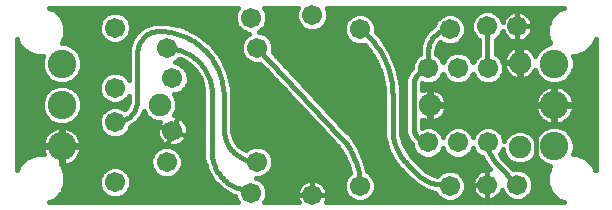
<source format=gtl>
G75*
G70*
%OFA0B0*%
%FSLAX24Y24*%
%IPPOS*%
%LPD*%
%AMOC8*
5,1,8,0,0,1.08239X$1,22.5*
%
%ADD10C,0.0670*%
%ADD11C,0.0750*%
%ADD12C,0.0950*%
%ADD13C,0.0197*%
%ADD14C,0.0160*%
D10*
X003645Y001050D03*
X005365Y001717D03*
X008184Y000691D03*
X010219Y000625D03*
X011810Y000928D03*
X014810Y000928D03*
X016058Y000967D03*
X017058Y000967D03*
X016082Y002373D03*
X015082Y002373D03*
X014082Y002373D03*
X008381Y001734D03*
X005562Y002760D03*
X003645Y003050D03*
X003645Y004200D03*
X005562Y004509D03*
X005365Y005513D03*
X003645Y006200D03*
X008184Y006539D03*
X010219Y006625D03*
X011810Y006145D03*
X014810Y006145D03*
X016058Y006243D03*
X017058Y006243D03*
X016082Y004853D03*
X015082Y004853D03*
X014082Y004853D03*
X008381Y005536D03*
D11*
X005149Y003625D03*
X014149Y003625D03*
X017149Y005034D03*
X017149Y002215D03*
D12*
X018290Y002247D03*
X018290Y003625D03*
X018290Y005003D03*
X001873Y005003D03*
X001873Y003625D03*
X001873Y002247D03*
D13*
X016058Y000967D02*
X016058Y000956D01*
D14*
X001634Y000461D02*
X001440Y000380D01*
X007738Y000380D01*
X007730Y000388D01*
X007652Y000577D01*
X007570Y000599D01*
X007570Y000599D01*
X007207Y000808D01*
X007207Y000808D01*
X006911Y001105D01*
X006911Y001105D01*
X006701Y001468D01*
X006701Y001468D01*
X006593Y001872D01*
X006593Y004005D01*
X006582Y004166D01*
X006499Y004475D01*
X006339Y004753D01*
X006112Y004980D01*
X005835Y005140D01*
X005766Y005158D01*
X005668Y005060D01*
X005631Y005044D01*
X005668Y005044D01*
X005865Y004963D01*
X006015Y004813D01*
X006097Y004616D01*
X006097Y004403D01*
X006015Y004206D01*
X005865Y004056D01*
X005668Y003974D01*
X005612Y003974D01*
X005636Y003951D01*
X005724Y003739D01*
X005724Y003511D01*
X005636Y003299D01*
X005610Y003274D01*
X005682Y003262D01*
X005738Y003244D01*
X005562Y002760D01*
X006046Y002584D01*
X006064Y002639D01*
X006077Y002719D01*
X006077Y002800D01*
X006064Y002881D01*
X006039Y002958D01*
X006002Y003030D01*
X005955Y003095D01*
X005897Y003153D01*
X005832Y003200D01*
X005759Y003237D01*
X005738Y003244D01*
X005562Y002760D01*
X005562Y002760D01*
X005562Y002760D01*
X006046Y002584D01*
X006039Y002562D01*
X006002Y002490D01*
X005955Y002424D01*
X005897Y002367D01*
X005832Y002319D01*
X005759Y002283D01*
X005682Y002258D01*
X005602Y002245D01*
X005521Y002245D01*
X005441Y002258D01*
X005386Y002276D01*
X005562Y002760D01*
X005562Y002760D01*
X005562Y002760D01*
X005078Y002936D01*
X005059Y002881D01*
X005047Y002800D01*
X005047Y002719D01*
X005059Y002639D01*
X005085Y002562D01*
X005121Y002490D01*
X005169Y002424D01*
X005226Y002367D01*
X005292Y002319D01*
X005364Y002283D01*
X005386Y002276D01*
X005562Y002760D01*
X005078Y002936D01*
X005085Y002958D01*
X005121Y003030D01*
X005136Y003050D01*
X005034Y003050D01*
X004823Y003137D01*
X004661Y003299D01*
X004606Y003433D01*
X004572Y003330D01*
X004572Y003330D01*
X004381Y003066D01*
X004381Y003066D01*
X004381Y003066D01*
X004166Y002910D01*
X004098Y002747D01*
X003948Y002597D01*
X003751Y002515D01*
X003538Y002515D01*
X003342Y002597D01*
X003191Y002747D01*
X003110Y002944D01*
X003110Y003156D01*
X003191Y003353D01*
X003342Y003504D01*
X003538Y003585D01*
X003751Y003585D01*
X003948Y003504D01*
X003977Y003474D01*
X004062Y003590D01*
X004107Y003729D01*
X004113Y003802D01*
X004113Y003932D01*
X004098Y003897D01*
X003948Y003746D01*
X003751Y003665D01*
X003538Y003665D01*
X003342Y003746D01*
X003191Y003897D01*
X003110Y004093D01*
X003110Y004306D01*
X003191Y004503D01*
X003342Y004653D01*
X003538Y004735D01*
X003751Y004735D01*
X003948Y004653D01*
X004098Y004503D01*
X004113Y004468D01*
X004113Y005533D01*
X004209Y005831D01*
X004209Y005831D01*
X004393Y006085D01*
X004393Y006085D01*
X004393Y006085D01*
X004647Y006269D01*
X004647Y006269D01*
X004945Y006366D01*
X005377Y006366D01*
X005914Y006243D01*
X005914Y006243D01*
X006410Y006004D01*
X006410Y006004D01*
X006841Y005660D01*
X006841Y005660D01*
X006841Y005660D01*
X007185Y005229D01*
X007185Y005229D01*
X007424Y004733D01*
X007424Y004733D01*
X007547Y004196D01*
X007547Y002848D01*
X007557Y002718D01*
X007638Y002469D01*
X007791Y002258D01*
X007998Y002108D01*
X008078Y002187D01*
X008274Y002269D01*
X008487Y002269D01*
X008684Y002187D01*
X008834Y002037D01*
X008916Y001840D01*
X008916Y001627D01*
X008834Y001431D01*
X008684Y001280D01*
X008487Y001199D01*
X008355Y001199D01*
X008487Y001144D01*
X008638Y000994D01*
X008719Y000797D01*
X008719Y000584D01*
X008638Y000388D01*
X008630Y000380D01*
X009766Y000380D01*
X009742Y000427D01*
X009717Y000504D01*
X009704Y000584D01*
X009704Y000625D01*
X010219Y000625D01*
X010219Y000625D01*
X009704Y000625D01*
X009704Y000665D01*
X009717Y000745D01*
X009742Y000823D01*
X009779Y000895D01*
X009827Y000960D01*
X009884Y001018D01*
X009949Y001065D01*
X010022Y001102D01*
X010099Y001127D01*
X010179Y001140D01*
X010219Y001140D01*
X010219Y000625D01*
X010219Y000625D01*
X010219Y001140D01*
X010260Y001140D01*
X010340Y001127D01*
X010417Y001102D01*
X010489Y001065D01*
X010555Y001018D01*
X010612Y000960D01*
X010660Y000895D01*
X010697Y000823D01*
X010722Y000745D01*
X010734Y000665D01*
X010734Y000625D01*
X010219Y000625D01*
X010219Y000625D01*
X010734Y000625D01*
X010734Y000584D01*
X010722Y000504D01*
X010697Y000427D01*
X010673Y000380D01*
X018605Y000380D01*
X018411Y000461D01*
X018177Y000694D01*
X018051Y000999D01*
X018051Y001329D01*
X018152Y001574D01*
X017908Y001675D01*
X017718Y001865D01*
X017672Y001976D01*
X017636Y001890D01*
X017474Y001728D01*
X017263Y001640D01*
X017034Y001640D01*
X016823Y001728D01*
X016661Y001890D01*
X016574Y002101D01*
X016574Y002163D01*
X016535Y002070D01*
X016467Y002001D01*
X016518Y001913D01*
X016583Y001838D01*
X016928Y001493D01*
X016952Y001502D01*
X017164Y001502D01*
X017361Y001421D01*
X017512Y001270D01*
X017593Y001074D01*
X017593Y000861D01*
X017512Y000664D01*
X017361Y000514D01*
X017164Y000432D01*
X016952Y000432D01*
X016755Y000514D01*
X016604Y000664D01*
X016546Y000804D01*
X016535Y000770D01*
X016498Y000697D01*
X016451Y000632D01*
X016393Y000575D01*
X016328Y000527D01*
X016256Y000490D01*
X016179Y000465D01*
X016098Y000452D01*
X016058Y000452D01*
X016058Y000967D01*
X016058Y000967D01*
X016058Y000452D01*
X016017Y000452D01*
X015937Y000465D01*
X015860Y000490D01*
X015788Y000527D01*
X015722Y000575D01*
X015665Y000632D01*
X015617Y000697D01*
X015581Y000770D01*
X015556Y000847D01*
X015543Y000927D01*
X015543Y000967D01*
X016058Y000967D01*
X016058Y000967D01*
X015543Y000967D01*
X015543Y001008D01*
X015556Y001088D01*
X015581Y001165D01*
X015617Y001237D01*
X015665Y001303D01*
X015722Y001360D01*
X015788Y001408D01*
X015860Y001445D01*
X015937Y001470D01*
X016017Y001482D01*
X016058Y001482D01*
X016058Y000967D01*
X016058Y000967D01*
X016058Y001482D01*
X016098Y001482D01*
X016156Y001473D01*
X016148Y001482D01*
X016148Y001482D01*
X016065Y001565D01*
X016065Y001565D01*
X015891Y001865D01*
X015891Y001865D01*
X015889Y001874D01*
X015779Y001919D01*
X015628Y002070D01*
X015582Y002182D01*
X015535Y002070D01*
X015385Y001919D01*
X015188Y001838D01*
X014975Y001838D01*
X014779Y001919D01*
X014628Y002070D01*
X014582Y002182D01*
X014535Y002070D01*
X014385Y001919D01*
X014188Y001838D01*
X013975Y001838D01*
X013779Y001919D01*
X013628Y002070D01*
X013547Y002266D01*
X013547Y002315D01*
X013440Y002421D01*
X013440Y002421D01*
X013325Y002699D01*
X013325Y004480D01*
X013440Y004758D01*
X013440Y004758D01*
X013547Y004864D01*
X013547Y004960D01*
X013628Y005156D01*
X013779Y005307D01*
X013802Y005316D01*
X013802Y005576D01*
X013900Y005880D01*
X013900Y005880D01*
X014088Y006138D01*
X014088Y006138D01*
X014289Y006284D01*
X014356Y006448D01*
X014507Y006598D01*
X014704Y006680D01*
X014916Y006680D01*
X015113Y006598D01*
X015263Y006448D01*
X015345Y006251D01*
X015345Y006038D01*
X015263Y005842D01*
X015113Y005691D01*
X014916Y005610D01*
X014704Y005610D01*
X014507Y005691D01*
X014481Y005717D01*
X014410Y005620D01*
X014367Y005486D01*
X014362Y005416D01*
X014362Y005316D01*
X014385Y005307D01*
X014535Y005156D01*
X014582Y005044D01*
X014628Y005156D01*
X014779Y005307D01*
X014975Y005388D01*
X015188Y005388D01*
X015385Y005307D01*
X015535Y005156D01*
X015582Y005044D01*
X015628Y005156D01*
X015778Y005306D01*
X015778Y005780D01*
X015755Y005789D01*
X015604Y005940D01*
X015523Y006137D01*
X015523Y006349D01*
X015604Y006546D01*
X015755Y006697D01*
X015952Y006778D01*
X016164Y006778D01*
X016361Y006697D01*
X016512Y006546D01*
X016569Y006406D01*
X016581Y006441D01*
X016617Y006513D01*
X016665Y006578D01*
X016722Y006636D01*
X016788Y006683D01*
X016860Y006720D01*
X016937Y006745D01*
X017017Y006758D01*
X017058Y006758D01*
X017098Y006758D01*
X017179Y006745D01*
X017256Y006720D01*
X017328Y006683D01*
X017393Y006636D01*
X017451Y006578D01*
X017498Y006513D01*
X017535Y006441D01*
X017560Y006364D01*
X017573Y006284D01*
X017573Y006243D01*
X017058Y006243D01*
X017058Y006243D01*
X017573Y006243D01*
X017573Y006202D01*
X017560Y006122D01*
X017535Y006045D01*
X017498Y005973D01*
X017451Y005907D01*
X017393Y005850D01*
X017328Y005803D01*
X017256Y005766D01*
X017179Y005741D01*
X017098Y005728D01*
X017058Y005728D01*
X017058Y006243D01*
X017058Y006243D01*
X017058Y006758D01*
X017058Y006243D01*
X017058Y006243D01*
X017058Y005253D01*
X017129Y005252D02*
X017169Y005252D01*
X017058Y005253D02*
X017059Y005223D01*
X017064Y005193D01*
X017071Y005163D01*
X017082Y005135D01*
X017094Y005107D01*
X017110Y005081D01*
X017128Y005057D01*
X017149Y005035D01*
X017149Y005034D02*
X017149Y005023D01*
X017169Y005014D02*
X017169Y004479D01*
X017192Y004479D01*
X017278Y004493D01*
X017362Y004520D01*
X017439Y004560D01*
X017510Y004611D01*
X017572Y004673D01*
X017623Y004743D01*
X017647Y004791D01*
X017718Y004620D01*
X017908Y004431D01*
X018156Y004328D01*
X018425Y004328D01*
X018673Y004431D01*
X018862Y004620D01*
X018965Y004869D01*
X018965Y005137D01*
X018916Y005256D01*
X019046Y005256D01*
X019351Y005382D01*
X019584Y005615D01*
X019665Y005810D01*
X019665Y001440D01*
X019584Y001634D01*
X019351Y001868D01*
X019046Y001994D01*
X018916Y001994D01*
X018965Y002113D01*
X018965Y002381D01*
X018862Y002629D01*
X018673Y002819D01*
X018425Y002922D01*
X018156Y002922D01*
X017908Y002819D01*
X017718Y002629D01*
X017659Y002486D01*
X017636Y002541D01*
X017474Y002703D01*
X017263Y002790D01*
X017034Y002790D01*
X016823Y002703D01*
X016661Y002541D01*
X016617Y002434D01*
X016617Y002479D01*
X016535Y002676D01*
X016385Y002826D01*
X016188Y002908D01*
X015975Y002908D01*
X015779Y002826D01*
X015628Y002676D01*
X015582Y002564D01*
X015535Y002676D01*
X015385Y002826D01*
X015188Y002908D01*
X014975Y002908D01*
X014779Y002826D01*
X014628Y002676D01*
X014582Y002564D01*
X014535Y002676D01*
X014385Y002826D01*
X014188Y002908D01*
X013975Y002908D01*
X013885Y002871D01*
X013885Y003136D01*
X013935Y003111D01*
X014019Y003084D01*
X014105Y003070D01*
X014129Y003070D01*
X014129Y003605D01*
X014169Y003605D01*
X014169Y003645D01*
X014704Y003645D01*
X014704Y003669D01*
X014690Y003755D01*
X014663Y003838D01*
X014623Y003916D01*
X014572Y003986D01*
X014510Y004048D01*
X014439Y004100D01*
X014362Y004139D01*
X014278Y004166D01*
X014192Y004180D01*
X014169Y004180D01*
X014169Y003645D01*
X014129Y003645D01*
X014129Y004180D01*
X014105Y004180D01*
X014019Y004166D01*
X013935Y004139D01*
X013885Y004114D01*
X013885Y004330D01*
X013888Y004354D01*
X013975Y004318D01*
X014188Y004318D01*
X014385Y004400D01*
X014535Y004550D01*
X014582Y004662D01*
X014628Y004550D01*
X014779Y004400D01*
X014975Y004318D01*
X015188Y004318D01*
X015385Y004400D01*
X015535Y004550D01*
X015582Y004662D01*
X015628Y004550D01*
X015779Y004400D01*
X015975Y004318D01*
X016188Y004318D01*
X016385Y004400D01*
X016535Y004550D01*
X016617Y004747D01*
X016617Y004875D01*
X016634Y004821D01*
X016674Y004743D01*
X016725Y004673D01*
X016787Y004611D01*
X016858Y004560D01*
X016935Y004520D01*
X017019Y004493D01*
X017105Y004479D01*
X017129Y004479D01*
X017129Y005014D01*
X017169Y005014D01*
X017169Y005054D02*
X017129Y005054D01*
X017129Y005589D01*
X017105Y005589D01*
X017019Y005576D01*
X016935Y005549D01*
X016858Y005509D01*
X016787Y005458D01*
X016725Y005396D01*
X016674Y005325D01*
X016634Y005247D01*
X016607Y005164D01*
X016594Y005078D01*
X016594Y005054D01*
X017128Y005054D01*
X017128Y005014D01*
X016594Y005014D01*
X016535Y005156D01*
X016385Y005307D01*
X016338Y005326D01*
X016338Y005780D01*
X016361Y005789D01*
X016512Y005940D01*
X016569Y006080D01*
X016581Y006045D01*
X016617Y005973D01*
X016665Y005907D01*
X016722Y005850D01*
X016788Y005803D01*
X016860Y005766D01*
X016937Y005741D01*
X017017Y005728D01*
X017058Y005728D01*
X017058Y006243D01*
X017058Y006203D02*
X017058Y006203D01*
X017058Y006045D02*
X017058Y006045D01*
X017058Y005886D02*
X017058Y005886D01*
X017429Y005886D02*
X018065Y005886D01*
X018051Y005920D02*
X018152Y005676D01*
X017908Y005575D01*
X017718Y005385D01*
X017662Y005249D01*
X017623Y005325D01*
X017572Y005396D01*
X017510Y005458D01*
X017439Y005509D01*
X017362Y005549D01*
X017278Y005576D01*
X017192Y005589D01*
X017169Y005589D01*
X017169Y005054D01*
X017169Y005094D02*
X017129Y005094D01*
X017129Y004935D02*
X017169Y004935D01*
X017169Y004777D02*
X017129Y004777D01*
X017129Y004618D02*
X017169Y004618D01*
X017517Y004618D02*
X017720Y004618D01*
X017653Y004777D02*
X017640Y004777D01*
X017879Y004460D02*
X016444Y004460D01*
X016563Y004618D02*
X016780Y004618D01*
X016657Y004777D02*
X016617Y004777D01*
X016082Y004853D02*
X016072Y004865D01*
X016064Y004879D01*
X016060Y004894D01*
X016058Y004910D01*
X016058Y006243D01*
X016555Y006045D02*
X016581Y006045D01*
X016687Y005886D02*
X016458Y005886D01*
X016338Y005728D02*
X018131Y005728D01*
X018051Y005920D02*
X018051Y006251D01*
X018177Y006556D01*
X018411Y006789D01*
X018605Y006870D01*
X010697Y006870D01*
X010754Y006731D01*
X010754Y006518D01*
X010673Y006322D01*
X010522Y006171D01*
X010326Y006090D01*
X010113Y006090D01*
X009916Y006171D01*
X009766Y006322D01*
X009684Y006518D01*
X009684Y006731D01*
X009742Y006870D01*
X008610Y006870D01*
X008638Y006843D01*
X008719Y006646D01*
X008719Y006433D01*
X008638Y006236D01*
X008487Y006086D01*
X008450Y006071D01*
X008487Y006071D01*
X008684Y005989D01*
X008834Y005839D01*
X008916Y005642D01*
X008916Y005429D01*
X008900Y005390D01*
X011317Y002798D01*
X011498Y002617D01*
X011498Y002617D01*
X011788Y002183D01*
X011788Y002183D01*
X011988Y001701D01*
X011988Y001701D01*
X012046Y001409D01*
X012113Y001382D01*
X012263Y001231D01*
X012345Y001034D01*
X012345Y000822D01*
X012263Y000625D01*
X012113Y000474D01*
X011916Y000393D01*
X011704Y000393D01*
X011507Y000474D01*
X011356Y000625D01*
X011275Y000822D01*
X011275Y001034D01*
X011356Y001231D01*
X011476Y001351D01*
X011440Y001535D01*
X011283Y001913D01*
X011056Y002254D01*
X010926Y002397D01*
X010914Y002409D01*
X010878Y002445D01*
X010877Y002450D01*
X008494Y005003D01*
X008487Y005001D01*
X008274Y005001D01*
X008078Y005082D01*
X007927Y005232D01*
X007846Y005429D01*
X007846Y005642D01*
X007927Y005839D01*
X008078Y005989D01*
X008115Y006004D01*
X008078Y006004D01*
X007881Y006086D01*
X007730Y006236D01*
X007649Y006433D01*
X007649Y006646D01*
X007730Y006843D01*
X007758Y006870D01*
X001440Y006870D01*
X001634Y006789D01*
X001868Y006556D01*
X001994Y006251D01*
X001994Y005920D01*
X001894Y005678D01*
X002007Y005678D01*
X002255Y005575D01*
X002445Y005385D01*
X002548Y005137D01*
X002548Y004869D01*
X002445Y004620D01*
X002255Y004431D01*
X002007Y004328D01*
X001739Y004328D01*
X001491Y004431D01*
X001301Y004620D01*
X001198Y004869D01*
X001198Y005137D01*
X001247Y005256D01*
X000999Y005256D01*
X000694Y005382D01*
X000461Y005615D01*
X000380Y005810D01*
X000380Y001440D01*
X000461Y001634D01*
X000694Y001868D01*
X000999Y001994D01*
X001269Y001994D01*
X001251Y002036D01*
X001229Y002119D01*
X001218Y002204D01*
X001218Y002209D01*
X001835Y002209D01*
X001835Y002285D01*
X001835Y002902D01*
X001830Y002902D01*
X001745Y002891D01*
X001662Y002868D01*
X001583Y002836D01*
X001508Y002793D01*
X001440Y002740D01*
X001379Y002680D01*
X001327Y002612D01*
X001284Y002537D01*
X001251Y002458D01*
X001229Y002375D01*
X001218Y002290D01*
X001218Y002285D01*
X001835Y002285D01*
X001911Y002285D01*
X002528Y002285D01*
X002528Y002290D01*
X002517Y002375D01*
X002494Y002458D01*
X002462Y002537D01*
X002419Y002612D01*
X002366Y002680D01*
X002306Y002740D01*
X002238Y002793D01*
X002163Y002836D01*
X002084Y002868D01*
X002001Y002891D01*
X001916Y002902D01*
X001911Y002902D01*
X001911Y002285D01*
X001911Y002209D01*
X002528Y002209D01*
X002528Y002204D01*
X002517Y002119D01*
X002494Y002036D01*
X002462Y001957D01*
X002419Y001882D01*
X002366Y001814D01*
X002306Y001753D01*
X002238Y001701D01*
X002163Y001658D01*
X002084Y001625D01*
X002001Y001603D01*
X001916Y001592D01*
X001911Y001592D01*
X001911Y002209D01*
X001835Y002209D01*
X001835Y001667D01*
X001868Y001634D01*
X001994Y001329D01*
X001994Y000999D01*
X001868Y000694D01*
X001634Y000461D01*
X001671Y000497D02*
X007685Y000497D01*
X007472Y000656D02*
X004007Y000656D01*
X003948Y000597D02*
X004098Y000747D01*
X004180Y000944D01*
X004180Y001156D01*
X004098Y001353D01*
X003948Y001504D01*
X003751Y001585D01*
X003538Y001585D01*
X003342Y001504D01*
X003191Y001353D01*
X003110Y001156D01*
X003110Y000944D01*
X003191Y000747D01*
X003342Y000597D01*
X003538Y000515D01*
X003751Y000515D01*
X003948Y000597D01*
X004126Y000814D02*
X007202Y000814D01*
X007043Y000973D02*
X004180Y000973D01*
X004180Y001131D02*
X006896Y001131D01*
X006804Y001290D02*
X005694Y001290D01*
X005668Y001263D02*
X005818Y001414D01*
X005900Y001610D01*
X005900Y001823D01*
X005818Y002020D01*
X005668Y002170D01*
X005471Y002252D01*
X005259Y002252D01*
X005062Y002170D01*
X004911Y002020D01*
X004830Y001823D01*
X004830Y001610D01*
X004911Y001414D01*
X005062Y001263D01*
X005259Y001182D01*
X005471Y001182D01*
X005668Y001263D01*
X005833Y001448D02*
X006713Y001448D01*
X006664Y001607D02*
X005898Y001607D01*
X005900Y001765D02*
X006622Y001765D01*
X006593Y001924D02*
X005858Y001924D01*
X005756Y002082D02*
X006593Y002082D01*
X006593Y002241D02*
X005498Y002241D01*
X005232Y002241D02*
X001911Y002241D01*
X001835Y002241D02*
X000380Y002241D01*
X000380Y002082D02*
X001239Y002082D01*
X000829Y001924D02*
X000380Y001924D01*
X000380Y001765D02*
X000591Y001765D01*
X000449Y001607D02*
X000380Y001607D01*
X000380Y001448D02*
X000383Y001448D01*
X001835Y001765D02*
X001911Y001765D01*
X001911Y001607D02*
X001879Y001607D01*
X002014Y001607D02*
X004831Y001607D01*
X004830Y001765D02*
X002317Y001765D01*
X002443Y001924D02*
X004872Y001924D01*
X004974Y002082D02*
X002507Y002082D01*
X001911Y002082D02*
X001835Y002082D01*
X001835Y001924D02*
X001911Y001924D01*
X001911Y002399D02*
X001835Y002399D01*
X001835Y002558D02*
X001911Y002558D01*
X001911Y002716D02*
X001835Y002716D01*
X001835Y002875D02*
X001911Y002875D01*
X002007Y002950D02*
X001739Y002950D01*
X001491Y003053D01*
X001301Y003243D01*
X001198Y003491D01*
X001198Y003759D01*
X001301Y004007D01*
X001491Y004197D01*
X001739Y004300D01*
X002007Y004300D01*
X002255Y004197D01*
X002445Y004007D01*
X002548Y003759D01*
X002548Y003491D01*
X002445Y003243D01*
X002255Y003053D01*
X002007Y002950D01*
X002061Y002875D02*
X003138Y002875D01*
X003110Y003033D02*
X002208Y003033D01*
X002394Y003192D02*
X003124Y003192D01*
X003190Y003350D02*
X002490Y003350D01*
X002548Y003509D02*
X003353Y003509D01*
X003533Y003667D02*
X002548Y003667D01*
X002520Y003826D02*
X003262Y003826D01*
X003155Y003984D02*
X002455Y003984D01*
X002310Y004143D02*
X003110Y004143D01*
X003110Y004301D02*
X000380Y004301D01*
X000380Y004143D02*
X001436Y004143D01*
X001291Y003984D02*
X000380Y003984D01*
X000380Y003826D02*
X001225Y003826D01*
X001198Y003667D02*
X000380Y003667D01*
X000380Y003509D02*
X001198Y003509D01*
X001256Y003350D02*
X000380Y003350D01*
X000380Y003192D02*
X001352Y003192D01*
X001538Y003033D02*
X000380Y003033D01*
X000380Y002875D02*
X001684Y002875D01*
X001416Y002716D02*
X000380Y002716D01*
X000380Y002558D02*
X001296Y002558D01*
X001236Y002399D02*
X000380Y002399D01*
X002330Y002716D02*
X003222Y002716D01*
X003436Y002558D02*
X002450Y002558D01*
X002510Y002399D02*
X005194Y002399D01*
X005087Y002558D02*
X003853Y002558D01*
X004067Y002716D02*
X005047Y002716D01*
X005059Y002875D02*
X004151Y002875D01*
X004335Y003033D02*
X005124Y003033D01*
X005247Y002875D02*
X005247Y002875D01*
X005603Y002875D02*
X005603Y002875D01*
X005661Y003033D02*
X005661Y003033D01*
X006000Y003033D02*
X006593Y003033D01*
X006593Y002875D02*
X006065Y002875D01*
X006076Y002716D02*
X006593Y002716D01*
X006593Y002558D02*
X006037Y002558D01*
X005929Y002399D02*
X006593Y002399D01*
X005683Y002716D02*
X005683Y002716D01*
X005546Y002716D02*
X005546Y002716D01*
X005488Y002558D02*
X005488Y002558D01*
X005430Y002399D02*
X005430Y002399D01*
X006873Y002082D02*
X006873Y004005D01*
X006593Y003984D02*
X005691Y003984D01*
X005688Y003826D02*
X006593Y003826D01*
X006593Y003667D02*
X005724Y003667D01*
X005723Y003509D02*
X006593Y003509D01*
X006593Y003350D02*
X005657Y003350D01*
X005719Y003192D02*
X005719Y003192D01*
X005844Y003192D02*
X006593Y003192D01*
X007267Y002848D02*
X007267Y003920D01*
X007547Y003984D02*
X009445Y003984D01*
X009593Y003826D02*
X007547Y003826D01*
X007547Y003667D02*
X009741Y003667D01*
X009889Y003509D02*
X007547Y003509D01*
X007547Y003350D02*
X010037Y003350D01*
X010185Y003192D02*
X007547Y003192D01*
X007547Y003033D02*
X010332Y003033D01*
X010480Y002875D02*
X007547Y002875D01*
X007557Y002716D02*
X010628Y002716D01*
X010776Y002558D02*
X007609Y002558D01*
X007689Y002399D02*
X010924Y002399D01*
X011116Y002604D02*
X008381Y005536D01*
X007846Y005569D02*
X006914Y005569D01*
X007040Y005411D02*
X007854Y005411D01*
X007919Y005252D02*
X007167Y005252D01*
X007250Y005094D02*
X008066Y005094D01*
X008558Y004935D02*
X007327Y004935D01*
X007403Y004777D02*
X008706Y004777D01*
X008854Y004618D02*
X007450Y004618D01*
X007486Y004460D02*
X009002Y004460D01*
X009150Y004301D02*
X007523Y004301D01*
X007547Y004143D02*
X009297Y004143D01*
X009915Y004301D02*
X012585Y004301D01*
X012605Y004200D02*
X012617Y003957D01*
X012617Y002590D01*
X012751Y002088D01*
X013011Y001638D01*
X013155Y001494D01*
X013155Y001494D01*
X013490Y001160D01*
X013490Y001159D01*
X013568Y001081D01*
X013568Y001081D01*
X013666Y000983D01*
X013666Y000983D01*
X014003Y000788D01*
X014003Y000788D01*
X014324Y000702D01*
X014356Y000625D01*
X014507Y000474D01*
X014704Y000393D01*
X014916Y000393D01*
X015113Y000474D01*
X015263Y000625D01*
X015345Y000822D01*
X015345Y001034D01*
X015263Y001231D01*
X015113Y001382D01*
X014916Y001463D01*
X014704Y001463D01*
X014507Y001382D01*
X014396Y001271D01*
X014223Y001317D01*
X014015Y001437D01*
X013925Y001516D01*
X013886Y001555D01*
X013886Y001555D01*
X013590Y001851D01*
X013469Y001990D01*
X013284Y002309D01*
X013189Y002665D01*
X013177Y002850D01*
X013177Y004257D01*
X013060Y004844D01*
X012830Y005398D01*
X012497Y005897D01*
X012345Y006049D01*
X012345Y006251D01*
X012263Y006448D01*
X012113Y006598D01*
X011916Y006680D01*
X011704Y006680D01*
X011507Y006598D01*
X011356Y006448D01*
X011275Y006251D01*
X011275Y006038D01*
X011356Y005842D01*
X011507Y005691D01*
X011704Y005610D01*
X011916Y005610D01*
X011965Y005630D01*
X012053Y005532D01*
X012323Y005127D01*
X012510Y004678D01*
X012605Y004200D01*
X012607Y004143D02*
X010063Y004143D01*
X012088Y005911D02*
X012181Y005813D01*
X012270Y005710D01*
X012353Y005603D01*
X012431Y005492D01*
X012504Y005377D01*
X012571Y005259D01*
X012632Y005138D01*
X012687Y005014D01*
X012735Y004888D01*
X012778Y004759D01*
X012814Y004628D01*
X012844Y004496D01*
X012867Y004362D01*
X012884Y004228D01*
X012894Y004093D01*
X012897Y003957D01*
X012897Y002850D01*
X013177Y002875D02*
X013325Y002875D01*
X013605Y002849D02*
X013605Y004330D01*
X013325Y004301D02*
X013168Y004301D01*
X013177Y004143D02*
X013325Y004143D01*
X013325Y003984D02*
X013177Y003984D01*
X013177Y003826D02*
X013325Y003826D01*
X013325Y003667D02*
X013177Y003667D01*
X013177Y003509D02*
X013325Y003509D01*
X013325Y003350D02*
X013177Y003350D01*
X013177Y003192D02*
X013325Y003192D01*
X013325Y003033D02*
X013177Y003033D01*
X012617Y003033D02*
X011098Y003033D01*
X011246Y002875D02*
X012617Y002875D01*
X012617Y002716D02*
X011400Y002716D01*
X011538Y002558D02*
X012625Y002558D01*
X012668Y002399D02*
X011644Y002399D01*
X011750Y002241D02*
X012710Y002241D01*
X012751Y002088D02*
X012751Y002088D01*
X012755Y002082D02*
X011830Y002082D01*
X011896Y001924D02*
X012846Y001924D01*
X012938Y001765D02*
X011962Y001765D01*
X012007Y001607D02*
X013043Y001607D01*
X013011Y001638D02*
X013011Y001638D01*
X013393Y001653D02*
X013727Y001318D01*
X014003Y001448D02*
X014667Y001448D01*
X014953Y001448D02*
X015871Y001448D01*
X016058Y001448D02*
X016058Y001448D01*
X016058Y001290D02*
X016058Y001290D01*
X016058Y001131D02*
X016058Y001131D01*
X016058Y000973D02*
X016058Y000973D01*
X016058Y000814D02*
X016058Y000814D01*
X016058Y000656D02*
X016058Y000656D01*
X016468Y000656D02*
X016613Y000656D01*
X016796Y000497D02*
X016269Y000497D01*
X016058Y000497D02*
X016058Y000497D01*
X015847Y000497D02*
X015135Y000497D01*
X015276Y000656D02*
X015648Y000656D01*
X015566Y000814D02*
X015342Y000814D01*
X015345Y000973D02*
X015543Y000973D01*
X015570Y001131D02*
X015305Y001131D01*
X015205Y001290D02*
X015655Y001290D01*
X016040Y001607D02*
X013835Y001607D01*
X013676Y001765D02*
X015949Y001765D01*
X015774Y001924D02*
X015389Y001924D01*
X015540Y002082D02*
X015623Y002082D01*
X014774Y001924D02*
X014389Y001924D01*
X014540Y002082D02*
X014623Y002082D01*
X014574Y000968D02*
X014507Y000970D01*
X014440Y000976D01*
X014373Y000985D01*
X014308Y000998D01*
X014243Y001015D01*
X014179Y001035D01*
X014116Y001059D01*
X014055Y001087D01*
X013995Y001117D01*
X013937Y001151D01*
X013881Y001189D01*
X013828Y001229D01*
X013776Y001272D01*
X013728Y001319D01*
X013360Y001290D02*
X012205Y001290D01*
X012305Y001131D02*
X013518Y001131D01*
X013684Y000973D02*
X012345Y000973D01*
X012342Y000814D02*
X013958Y000814D01*
X014344Y000656D02*
X012276Y000656D01*
X012135Y000497D02*
X014484Y000497D01*
X014715Y000967D02*
X014736Y000965D01*
X014756Y000960D01*
X014776Y000952D01*
X014794Y000941D01*
X014810Y000928D01*
X014715Y000967D02*
X014574Y000967D01*
X014415Y001290D02*
X014326Y001290D01*
X013201Y001448D02*
X012038Y001448D01*
X011457Y001448D02*
X008842Y001448D01*
X008693Y001290D02*
X011415Y001290D01*
X011315Y001131D02*
X010316Y001131D01*
X010219Y001131D02*
X010219Y001131D01*
X010123Y001131D02*
X008500Y001131D01*
X008646Y000973D02*
X009839Y000973D01*
X010219Y000973D02*
X010219Y000973D01*
X010219Y000814D02*
X010219Y000814D01*
X010219Y000656D02*
X010219Y000656D01*
X009739Y000814D02*
X008712Y000814D01*
X008719Y000656D02*
X009704Y000656D01*
X009719Y000497D02*
X008683Y000497D01*
X008184Y000691D02*
X008184Y000771D01*
X011116Y002604D02*
X011196Y002520D01*
X011272Y002432D01*
X011344Y002340D01*
X011411Y002245D01*
X011473Y002146D01*
X011530Y002045D01*
X011582Y001941D01*
X011630Y001835D01*
X011671Y001726D01*
X011708Y001616D01*
X011739Y001504D01*
X011764Y001390D01*
X011784Y001276D01*
X011799Y001160D01*
X011807Y001044D01*
X011810Y000928D01*
X011275Y000973D02*
X010600Y000973D01*
X010699Y000814D02*
X011278Y000814D01*
X011344Y000656D02*
X010734Y000656D01*
X010719Y000497D02*
X011484Y000497D01*
X011410Y001607D02*
X008907Y001607D01*
X008916Y001765D02*
X011345Y001765D01*
X011276Y001924D02*
X008881Y001924D01*
X008789Y002082D02*
X011170Y002082D01*
X011064Y002241D02*
X008556Y002241D01*
X008206Y002241D02*
X007815Y002241D01*
X006873Y002082D02*
X006875Y002011D01*
X006881Y001940D01*
X006890Y001870D01*
X006904Y001800D01*
X006921Y001731D01*
X006942Y001663D01*
X006966Y001597D01*
X006994Y001532D01*
X007026Y001468D01*
X007061Y001406D01*
X007099Y001346D01*
X007140Y001289D01*
X007185Y001233D01*
X007232Y001180D01*
X007282Y001130D01*
X007335Y001083D01*
X007391Y001038D01*
X007448Y000997D01*
X007508Y000959D01*
X007570Y000924D01*
X007634Y000892D01*
X007699Y000864D01*
X007765Y000840D01*
X007833Y000819D01*
X007902Y000802D01*
X007972Y000788D01*
X008042Y000779D01*
X008113Y000773D01*
X008184Y000771D01*
X005035Y001290D02*
X004124Y001290D01*
X004003Y001448D02*
X004897Y001448D01*
X003286Y001448D02*
X001945Y001448D01*
X001994Y001290D02*
X003165Y001290D01*
X003110Y001131D02*
X001994Y001131D01*
X001983Y000973D02*
X003110Y000973D01*
X003163Y000814D02*
X001917Y000814D01*
X001829Y000656D02*
X003283Y000656D01*
X007267Y002848D02*
X007269Y002783D01*
X007275Y002719D01*
X007284Y002655D01*
X007297Y002591D01*
X007314Y002529D01*
X007334Y002467D01*
X007358Y002407D01*
X007385Y002348D01*
X007416Y002291D01*
X007450Y002236D01*
X007487Y002183D01*
X007528Y002132D01*
X007571Y002084D01*
X007617Y002038D01*
X007665Y001995D01*
X007716Y001954D01*
X007769Y001917D01*
X007824Y001883D01*
X007881Y001852D01*
X007940Y001825D01*
X008000Y001801D01*
X008062Y001781D01*
X008124Y001764D01*
X008188Y001751D01*
X008252Y001742D01*
X008316Y001736D01*
X008381Y001734D01*
X010950Y003192D02*
X012617Y003192D01*
X012617Y003350D02*
X010803Y003350D01*
X010655Y003509D02*
X012617Y003509D01*
X012617Y003667D02*
X010507Y003667D01*
X010359Y003826D02*
X012617Y003826D01*
X012615Y003984D02*
X010211Y003984D01*
X009768Y004460D02*
X012553Y004460D01*
X012521Y004618D02*
X009620Y004618D01*
X009472Y004777D02*
X012469Y004777D01*
X012403Y004935D02*
X009324Y004935D01*
X009176Y005094D02*
X012337Y005094D01*
X012240Y005252D02*
X009028Y005252D01*
X008908Y005411D02*
X012134Y005411D01*
X012019Y005569D02*
X008916Y005569D01*
X008880Y005728D02*
X011470Y005728D01*
X011338Y005886D02*
X008787Y005886D01*
X008550Y006045D02*
X011275Y006045D01*
X011275Y006203D02*
X010554Y006203D01*
X010689Y006362D02*
X011321Y006362D01*
X011429Y006520D02*
X010754Y006520D01*
X010754Y006679D02*
X011701Y006679D01*
X011919Y006679D02*
X014701Y006679D01*
X014919Y006679D02*
X015737Y006679D01*
X015594Y006520D02*
X015191Y006520D01*
X015299Y006362D02*
X015528Y006362D01*
X015523Y006203D02*
X015345Y006203D01*
X015345Y006045D02*
X015561Y006045D01*
X015658Y005886D02*
X015282Y005886D01*
X015149Y005728D02*
X015778Y005728D01*
X015778Y005569D02*
X014394Y005569D01*
X014362Y005411D02*
X015778Y005411D01*
X015724Y005252D02*
X015439Y005252D01*
X015561Y005094D02*
X015602Y005094D01*
X016338Y005411D02*
X016740Y005411D01*
X016637Y005252D02*
X016439Y005252D01*
X016561Y005094D02*
X016596Y005094D01*
X017129Y005411D02*
X017169Y005411D01*
X017169Y005569D02*
X017129Y005569D01*
X016998Y005569D02*
X016338Y005569D01*
X017299Y005569D02*
X017902Y005569D01*
X017743Y005411D02*
X017557Y005411D01*
X017660Y005252D02*
X017663Y005252D01*
X018918Y005252D02*
X019665Y005252D01*
X019665Y005094D02*
X018965Y005094D01*
X018965Y004935D02*
X019665Y004935D01*
X019665Y004777D02*
X018927Y004777D01*
X018860Y004618D02*
X019665Y004618D01*
X019665Y004460D02*
X018702Y004460D01*
X018418Y004269D02*
X018333Y004280D01*
X018328Y004280D01*
X018328Y003663D01*
X018252Y003663D01*
X018252Y003587D01*
X017635Y003587D01*
X017635Y003582D01*
X017646Y003497D01*
X017669Y003414D01*
X017702Y003335D01*
X017744Y003260D01*
X017797Y003192D01*
X017857Y003131D01*
X017926Y003079D01*
X018000Y003036D01*
X018079Y003003D01*
X018162Y002981D01*
X018247Y002970D01*
X018252Y002970D01*
X018252Y003587D01*
X018328Y003587D01*
X018328Y002970D01*
X018333Y002970D01*
X018418Y002981D01*
X018501Y003003D01*
X018581Y003036D01*
X018655Y003079D01*
X018723Y003131D01*
X018784Y003192D01*
X018836Y003260D01*
X018879Y003335D01*
X018912Y003414D01*
X018934Y003497D01*
X018945Y003582D01*
X018945Y003587D01*
X018328Y003587D01*
X018328Y003663D01*
X018945Y003663D01*
X018945Y003668D01*
X018934Y003753D01*
X018912Y003836D01*
X018879Y003915D01*
X018836Y003990D01*
X018784Y004058D01*
X018723Y004118D01*
X018655Y004171D01*
X018581Y004214D01*
X018501Y004246D01*
X018418Y004269D01*
X018328Y004143D02*
X018252Y004143D01*
X018247Y004280D02*
X018162Y004269D01*
X018079Y004246D01*
X018000Y004214D01*
X017926Y004171D01*
X017857Y004118D01*
X017797Y004058D01*
X017744Y003990D01*
X017702Y003915D01*
X017669Y003836D01*
X017646Y003753D01*
X017635Y003668D01*
X017635Y003663D01*
X018252Y003663D01*
X018252Y004280D01*
X018247Y004280D01*
X017889Y004143D02*
X014351Y004143D01*
X014169Y004143D02*
X014129Y004143D01*
X013946Y004143D02*
X013885Y004143D01*
X013885Y004301D02*
X019665Y004301D01*
X019665Y004143D02*
X018692Y004143D01*
X018839Y003984D02*
X019665Y003984D01*
X019665Y003826D02*
X018915Y003826D01*
X018945Y003667D02*
X019665Y003667D01*
X019665Y003509D02*
X018936Y003509D01*
X018885Y003350D02*
X019665Y003350D01*
X019665Y003192D02*
X018783Y003192D01*
X018328Y003192D02*
X018252Y003192D01*
X018252Y003350D02*
X018328Y003350D01*
X018328Y003509D02*
X018252Y003509D01*
X018290Y003605D02*
X018290Y003625D01*
X018252Y003667D02*
X018328Y003667D01*
X018328Y003826D02*
X018252Y003826D01*
X018252Y003984D02*
X018328Y003984D01*
X017741Y003984D02*
X014574Y003984D01*
X014667Y003826D02*
X017666Y003826D01*
X017635Y003667D02*
X014704Y003667D01*
X014704Y003605D02*
X014169Y003605D01*
X014169Y003070D01*
X014192Y003070D01*
X014278Y003084D01*
X014362Y003111D01*
X014439Y003150D01*
X014510Y003202D01*
X014572Y003263D01*
X014623Y003334D01*
X014663Y003412D01*
X014690Y003495D01*
X014704Y003581D01*
X014704Y003605D01*
X014692Y003509D02*
X017645Y003509D01*
X017695Y003350D02*
X014631Y003350D01*
X014496Y003192D02*
X017797Y003192D01*
X017670Y002975D02*
X017670Y000928D01*
X017593Y000973D02*
X018062Y000973D01*
X018051Y001131D02*
X017569Y001131D01*
X017492Y001290D02*
X018051Y001290D01*
X018100Y001448D02*
X017296Y001448D01*
X016815Y001607D02*
X018073Y001607D01*
X017818Y001765D02*
X017511Y001765D01*
X017650Y001924D02*
X017694Y001924D01*
X016786Y001765D02*
X016656Y001765D01*
X016647Y001924D02*
X016512Y001924D01*
X016540Y002082D02*
X016581Y002082D01*
X016385Y001640D02*
X016343Y001686D01*
X016302Y001734D01*
X016265Y001784D01*
X016231Y001837D01*
X016201Y001892D01*
X016173Y001948D01*
X016149Y002006D01*
X016129Y002065D01*
X016112Y002125D01*
X016099Y002186D01*
X016090Y002248D01*
X016084Y002310D01*
X016082Y002373D01*
X016584Y002558D02*
X016677Y002558D01*
X016854Y002716D02*
X016495Y002716D01*
X016269Y002875D02*
X018041Y002875D01*
X018008Y003033D02*
X013885Y003033D01*
X013885Y002875D02*
X013895Y002875D01*
X013606Y002849D02*
X013608Y002808D01*
X013613Y002766D01*
X013622Y002726D01*
X013635Y002686D01*
X013651Y002648D01*
X013670Y002611D01*
X013692Y002576D01*
X013717Y002543D01*
X013745Y002512D01*
X013776Y002484D01*
X013809Y002459D01*
X013844Y002437D01*
X013881Y002418D01*
X013919Y002402D01*
X013959Y002389D01*
X013999Y002380D01*
X014041Y002375D01*
X014082Y002373D01*
X013557Y002241D02*
X013324Y002241D01*
X013415Y002082D02*
X013623Y002082D01*
X013526Y001924D02*
X013774Y001924D01*
X013462Y002399D02*
X013260Y002399D01*
X013218Y002558D02*
X013384Y002558D01*
X013325Y002716D02*
X013185Y002716D01*
X014269Y002875D02*
X014895Y002875D01*
X014668Y002716D02*
X014495Y002716D01*
X013393Y001653D02*
X013339Y001709D01*
X013288Y001768D01*
X013239Y001830D01*
X013193Y001893D01*
X013151Y001959D01*
X013111Y002026D01*
X013074Y002095D01*
X013041Y002166D01*
X013011Y002238D01*
X012985Y002312D01*
X012962Y002387D01*
X012942Y002462D01*
X012926Y002539D01*
X012913Y002616D01*
X012904Y002694D01*
X012899Y002772D01*
X012897Y002850D01*
X014129Y003192D02*
X014169Y003192D01*
X014169Y003350D02*
X014129Y003350D01*
X014129Y003509D02*
X014169Y003509D01*
X014169Y003667D02*
X014129Y003667D01*
X014129Y003826D02*
X014169Y003826D01*
X014169Y003984D02*
X014129Y003984D01*
X013606Y004330D02*
X013608Y004371D01*
X013613Y004413D01*
X013622Y004453D01*
X013635Y004493D01*
X013651Y004531D01*
X013670Y004568D01*
X013692Y004603D01*
X013717Y004636D01*
X013745Y004667D01*
X013776Y004695D01*
X013809Y004720D01*
X013844Y004742D01*
X013881Y004761D01*
X013919Y004777D01*
X013959Y004790D01*
X013999Y004799D01*
X014041Y004804D01*
X014082Y004806D01*
X014082Y004853D01*
X014082Y005416D01*
X013802Y005411D02*
X012822Y005411D01*
X012830Y005398D02*
X012830Y005398D01*
X012891Y005252D02*
X013724Y005252D01*
X013602Y005094D02*
X012956Y005094D01*
X013022Y004935D02*
X013547Y004935D01*
X013060Y004844D02*
X013060Y004844D01*
X013073Y004777D02*
X013459Y004777D01*
X013382Y004618D02*
X013105Y004618D01*
X013136Y004460D02*
X013325Y004460D01*
X014444Y004460D02*
X014719Y004460D01*
X014600Y004618D02*
X014563Y004618D01*
X015444Y004460D02*
X015719Y004460D01*
X015600Y004618D02*
X015563Y004618D01*
X014602Y005094D02*
X014561Y005094D01*
X014439Y005252D02*
X014724Y005252D01*
X014082Y005416D02*
X014084Y005468D01*
X014089Y005520D01*
X014099Y005571D01*
X014111Y005621D01*
X014128Y005670D01*
X014148Y005718D01*
X014171Y005765D01*
X014198Y005810D01*
X014227Y005852D01*
X014260Y005893D01*
X014295Y005931D01*
X014333Y005966D01*
X014374Y005999D01*
X014416Y006028D01*
X014461Y006055D01*
X014508Y006078D01*
X014556Y006098D01*
X014605Y006115D01*
X014655Y006127D01*
X014706Y006137D01*
X014758Y006142D01*
X014810Y006144D01*
X014321Y006362D02*
X012299Y006362D01*
X012345Y006203D02*
X014177Y006203D01*
X014020Y006045D02*
X012349Y006045D01*
X012497Y005897D02*
X012497Y005897D01*
X012504Y005886D02*
X013905Y005886D01*
X013851Y005728D02*
X012610Y005728D01*
X012087Y005911D02*
X011884Y006114D01*
X011872Y006125D01*
X011858Y006134D01*
X011842Y006140D01*
X011826Y006144D01*
X011810Y006145D01*
X012191Y006520D02*
X014429Y006520D01*
X016379Y006679D02*
X016781Y006679D01*
X017058Y006679D02*
X017058Y006679D01*
X017335Y006679D02*
X018300Y006679D01*
X018526Y006837D02*
X010711Y006837D01*
X009728Y006837D02*
X008640Y006837D01*
X008706Y006679D02*
X009684Y006679D01*
X009684Y006520D02*
X008719Y006520D01*
X008689Y006362D02*
X009749Y006362D01*
X009885Y006203D02*
X008604Y006203D01*
X007981Y006045D02*
X006326Y006045D01*
X006558Y005886D02*
X007975Y005886D01*
X007881Y005728D02*
X006757Y005728D01*
X005997Y006203D02*
X007764Y006203D01*
X007679Y006362D02*
X005394Y006362D01*
X004932Y006362D02*
X004157Y006362D01*
X004180Y006306D02*
X004098Y006503D01*
X003948Y006653D01*
X003751Y006735D01*
X003538Y006735D01*
X003342Y006653D01*
X003191Y006503D01*
X003110Y006306D01*
X003110Y006093D01*
X003191Y005897D01*
X003342Y005746D01*
X003538Y005665D01*
X003751Y005665D01*
X003948Y005746D01*
X004098Y005897D01*
X004180Y006093D01*
X004180Y006306D01*
X004180Y006203D02*
X004556Y006203D01*
X004364Y006045D02*
X004159Y006045D01*
X004087Y005886D02*
X004249Y005886D01*
X004176Y005728D02*
X003903Y005728D01*
X004124Y005569D02*
X002261Y005569D01*
X002420Y005411D02*
X004113Y005411D01*
X004393Y005377D02*
X004393Y003802D01*
X004113Y003826D02*
X004027Y003826D01*
X004087Y003667D02*
X003757Y003667D01*
X003645Y003054D02*
X003698Y003056D01*
X003751Y003062D01*
X003804Y003071D01*
X003856Y003084D01*
X003906Y003101D01*
X003956Y003122D01*
X004003Y003145D01*
X004049Y003173D01*
X004093Y003203D01*
X004135Y003237D01*
X004174Y003273D01*
X004210Y003312D01*
X004244Y003354D01*
X004274Y003398D01*
X004302Y003444D01*
X004325Y003491D01*
X004346Y003541D01*
X004363Y003591D01*
X004376Y003643D01*
X004385Y003696D01*
X004391Y003749D01*
X004393Y003802D01*
X004003Y003509D02*
X003936Y003509D01*
X004579Y003350D02*
X004640Y003350D01*
X004769Y003192D02*
X004472Y003192D01*
X003645Y003054D02*
X003645Y003050D01*
X005101Y006085D02*
X005204Y006083D01*
X005307Y006075D01*
X005409Y006063D01*
X005511Y006046D01*
X005611Y006024D01*
X005711Y005997D01*
X005809Y005966D01*
X005906Y005930D01*
X006000Y005889D01*
X006093Y005844D01*
X006184Y005795D01*
X006271Y005741D01*
X006357Y005684D01*
X006439Y005622D01*
X006519Y005556D01*
X006595Y005487D01*
X006668Y005414D01*
X006737Y005338D01*
X006803Y005258D01*
X006865Y005176D01*
X006922Y005090D01*
X006976Y005003D01*
X007025Y004912D01*
X007070Y004819D01*
X007111Y004725D01*
X007147Y004628D01*
X007178Y004530D01*
X007205Y004430D01*
X007227Y004330D01*
X007244Y004228D01*
X007256Y004126D01*
X007264Y004023D01*
X007266Y003920D01*
X006584Y004143D02*
X005951Y004143D01*
X006055Y004301D02*
X006546Y004301D01*
X006504Y004460D02*
X006097Y004460D01*
X006096Y004618D02*
X006417Y004618D01*
X006316Y004777D02*
X006030Y004777D01*
X006157Y004935D02*
X005893Y004935D01*
X005915Y005094D02*
X005702Y005094D01*
X005101Y006086D02*
X005050Y006084D01*
X005000Y006079D01*
X004950Y006070D01*
X004901Y006057D01*
X004853Y006041D01*
X004806Y006022D01*
X004761Y005999D01*
X004718Y005973D01*
X004676Y005945D01*
X004637Y005913D01*
X004600Y005878D01*
X004565Y005841D01*
X004533Y005802D01*
X004505Y005760D01*
X004479Y005717D01*
X004456Y005672D01*
X004437Y005625D01*
X004421Y005577D01*
X004408Y005528D01*
X004399Y005478D01*
X004394Y005428D01*
X004392Y005377D01*
X004113Y005252D02*
X002500Y005252D01*
X002548Y005094D02*
X004113Y005094D01*
X004113Y004935D02*
X002548Y004935D01*
X002510Y004777D02*
X004113Y004777D01*
X004113Y004618D02*
X003983Y004618D01*
X003306Y004618D02*
X002443Y004618D01*
X002284Y004460D02*
X003173Y004460D01*
X001462Y004460D02*
X000380Y004460D01*
X000380Y004618D02*
X001303Y004618D01*
X001236Y004777D02*
X000380Y004777D01*
X000380Y004935D02*
X001198Y004935D01*
X001198Y005094D02*
X000380Y005094D01*
X000380Y005252D02*
X001246Y005252D01*
X000666Y005411D02*
X000380Y005411D01*
X000380Y005569D02*
X000507Y005569D01*
X000414Y005728D02*
X000380Y005728D01*
X001914Y005728D02*
X003386Y005728D01*
X003202Y005886D02*
X001980Y005886D01*
X001994Y006045D02*
X003130Y006045D01*
X003110Y006203D02*
X001994Y006203D01*
X001948Y006362D02*
X003133Y006362D01*
X003208Y006520D02*
X001883Y006520D01*
X001745Y006679D02*
X003403Y006679D01*
X003887Y006679D02*
X007663Y006679D01*
X007728Y006837D02*
X001519Y006837D01*
X004081Y006520D02*
X007649Y006520D01*
X012716Y005569D02*
X013802Y005569D01*
X016522Y006520D02*
X016623Y006520D01*
X017058Y006520D02*
X017058Y006520D01*
X017058Y006362D02*
X017058Y006362D01*
X017493Y006520D02*
X018162Y006520D01*
X018097Y006362D02*
X017561Y006362D01*
X017573Y006203D02*
X018051Y006203D01*
X018051Y006045D02*
X017535Y006045D01*
X019379Y005411D02*
X019665Y005411D01*
X019665Y005569D02*
X019538Y005569D01*
X019631Y005728D02*
X019665Y005728D01*
X019665Y003033D02*
X018573Y003033D01*
X018328Y003033D02*
X018252Y003033D01*
X018539Y002875D02*
X019665Y002875D01*
X019665Y002716D02*
X018776Y002716D01*
X018892Y002558D02*
X019665Y002558D01*
X019665Y002399D02*
X018958Y002399D01*
X018965Y002241D02*
X019665Y002241D01*
X019665Y002082D02*
X018953Y002082D01*
X019216Y001924D02*
X019665Y001924D01*
X019665Y001765D02*
X019454Y001765D01*
X019596Y001607D02*
X019665Y001607D01*
X019662Y001448D02*
X019665Y001448D01*
X018128Y000814D02*
X017573Y000814D01*
X017503Y000656D02*
X018216Y000656D01*
X018374Y000497D02*
X017320Y000497D01*
X017109Y000377D02*
X016649Y000377D01*
X017109Y000377D02*
X017155Y000379D01*
X017201Y000384D01*
X017246Y000393D01*
X017290Y000406D01*
X017333Y000422D01*
X017374Y000442D01*
X017414Y000465D01*
X017452Y000491D01*
X017487Y000521D01*
X017520Y000553D01*
X017550Y000588D01*
X017577Y000625D01*
X017601Y000664D01*
X017621Y000705D01*
X017638Y000748D01*
X017652Y000792D01*
X017662Y000837D01*
X017668Y000882D01*
X017670Y000928D01*
X017058Y000967D02*
X016385Y001640D01*
X017620Y002558D02*
X017688Y002558D01*
X017805Y002716D02*
X017443Y002716D01*
X015895Y002875D02*
X015269Y002875D01*
X015495Y002716D02*
X015668Y002716D01*
X006873Y004005D02*
X006871Y004081D01*
X006865Y004158D01*
X006856Y004233D01*
X006842Y004309D01*
X006825Y004383D01*
X006804Y004456D01*
X006779Y004529D01*
X006751Y004600D01*
X006719Y004669D01*
X006684Y004737D01*
X006645Y004803D01*
X006603Y004866D01*
X006557Y004928D01*
X006509Y004987D01*
X006458Y005044D01*
X006404Y005098D01*
X006347Y005149D01*
X006288Y005197D01*
X006226Y005243D01*
X006163Y005285D01*
X006097Y005324D01*
X006029Y005359D01*
X005960Y005391D01*
X005889Y005419D01*
X005816Y005444D01*
X005743Y005465D01*
X005669Y005482D01*
X005593Y005496D01*
X005518Y005505D01*
X005441Y005511D01*
X005365Y005513D01*
M02*

</source>
